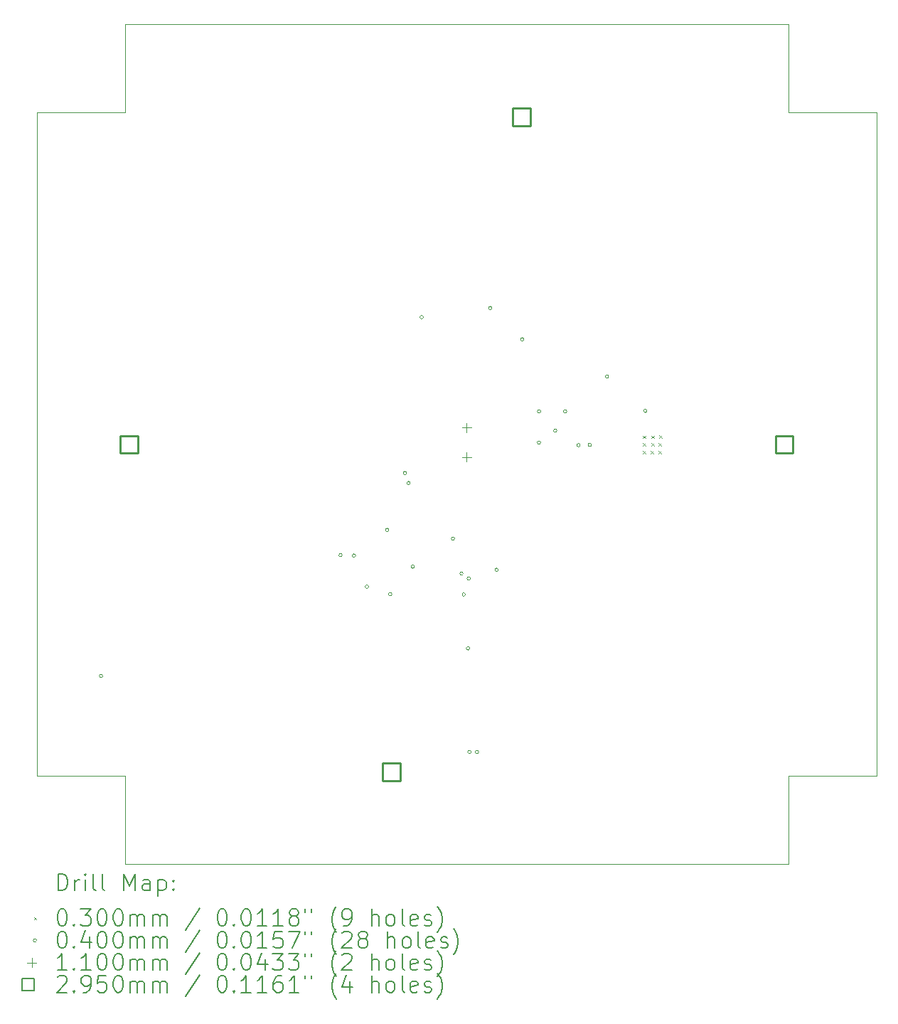
<source format=gbr>
%TF.GenerationSoftware,KiCad,Pcbnew,(6.0.9)*%
%TF.CreationDate,2023-01-30T21:02:41-08:00*%
%TF.ProjectId,solar-panel-side-Z,736f6c61-722d-4706-916e-656c2d736964,2.0*%
%TF.SameCoordinates,Original*%
%TF.FileFunction,Drillmap*%
%TF.FilePolarity,Positive*%
%FSLAX45Y45*%
G04 Gerber Fmt 4.5, Leading zero omitted, Abs format (unit mm)*
G04 Created by KiCad (PCBNEW (6.0.9)) date 2023-01-30 21:02:41*
%MOMM*%
%LPD*%
G01*
G04 APERTURE LIST*
%ADD10C,0.050000*%
%ADD11C,0.200000*%
%ADD12C,0.030000*%
%ADD13C,0.040000*%
%ADD14C,0.110000*%
%ADD15C,0.295000*%
G04 APERTURE END LIST*
D10*
X9950000Y-4550000D02*
X11000000Y-4550000D01*
X18900000Y-13500000D02*
X11000000Y-13500000D01*
X19950000Y-12450000D02*
X18900000Y-12450000D01*
X18900000Y-4550000D02*
X19950000Y-4550000D01*
X9950000Y-12450000D02*
X9950000Y-4550000D01*
X11000000Y-13500000D02*
X11000000Y-12450000D01*
X11000000Y-3500000D02*
X18900000Y-3500000D01*
X11000000Y-12450000D02*
X9950000Y-12450000D01*
X19950000Y-4550000D02*
X19950000Y-12450000D01*
X18900000Y-3500000D02*
X18900000Y-4550000D01*
X11000000Y-4550000D02*
X11000000Y-3500000D01*
X18900000Y-12450000D02*
X18900000Y-13500000D01*
D11*
D12*
X17169000Y-8398000D02*
X17199000Y-8428000D01*
X17199000Y-8398000D02*
X17169000Y-8428000D01*
X17169500Y-8580500D02*
X17199500Y-8610500D01*
X17199500Y-8580500D02*
X17169500Y-8610500D01*
X17170000Y-8488000D02*
X17200000Y-8518000D01*
X17200000Y-8488000D02*
X17170000Y-8518000D01*
X17262000Y-8580000D02*
X17292000Y-8610000D01*
X17292000Y-8580000D02*
X17262000Y-8610000D01*
X17268000Y-8488000D02*
X17298000Y-8518000D01*
X17298000Y-8488000D02*
X17268000Y-8518000D01*
X17271000Y-8397000D02*
X17301000Y-8427000D01*
X17301000Y-8397000D02*
X17271000Y-8427000D01*
X17354000Y-8580000D02*
X17384000Y-8610000D01*
X17384000Y-8580000D02*
X17354000Y-8610000D01*
X17356000Y-8488000D02*
X17386000Y-8518000D01*
X17386000Y-8488000D02*
X17356000Y-8518000D01*
X17361000Y-8395000D02*
X17391000Y-8425000D01*
X17391000Y-8395000D02*
X17361000Y-8425000D01*
D13*
X10735000Y-11259000D02*
G75*
G03*
X10735000Y-11259000I-20000J0D01*
G01*
X13587000Y-9820000D02*
G75*
G03*
X13587000Y-9820000I-20000J0D01*
G01*
X13747000Y-9824000D02*
G75*
G03*
X13747000Y-9824000I-20000J0D01*
G01*
X13901500Y-10195500D02*
G75*
G03*
X13901500Y-10195500I-20000J0D01*
G01*
X14141000Y-9519000D02*
G75*
G03*
X14141000Y-9519000I-20000J0D01*
G01*
X14179000Y-10283000D02*
G75*
G03*
X14179000Y-10283000I-20000J0D01*
G01*
X14354000Y-8841000D02*
G75*
G03*
X14354000Y-8841000I-20000J0D01*
G01*
X14397500Y-8960500D02*
G75*
G03*
X14397500Y-8960500I-20000J0D01*
G01*
X14447000Y-9955000D02*
G75*
G03*
X14447000Y-9955000I-20000J0D01*
G01*
X14553000Y-6985000D02*
G75*
G03*
X14553000Y-6985000I-20000J0D01*
G01*
X14926000Y-9622000D02*
G75*
G03*
X14926000Y-9622000I-20000J0D01*
G01*
X15027000Y-10039000D02*
G75*
G03*
X15027000Y-10039000I-20000J0D01*
G01*
X15054000Y-10288000D02*
G75*
G03*
X15054000Y-10288000I-20000J0D01*
G01*
X15105000Y-10929000D02*
G75*
G03*
X15105000Y-10929000I-20000J0D01*
G01*
X15114000Y-10096000D02*
G75*
G03*
X15114000Y-10096000I-20000J0D01*
G01*
X15122000Y-12161000D02*
G75*
G03*
X15122000Y-12161000I-20000J0D01*
G01*
X15211000Y-12162000D02*
G75*
G03*
X15211000Y-12162000I-20000J0D01*
G01*
X15370000Y-6876000D02*
G75*
G03*
X15370000Y-6876000I-20000J0D01*
G01*
X15445000Y-9994000D02*
G75*
G03*
X15445000Y-9994000I-20000J0D01*
G01*
X15751000Y-7251000D02*
G75*
G03*
X15751000Y-7251000I-20000J0D01*
G01*
X15949992Y-8478000D02*
G75*
G03*
X15949992Y-8478000I-20000J0D01*
G01*
X15950992Y-8107000D02*
G75*
G03*
X15950992Y-8107000I-20000J0D01*
G01*
X16143992Y-8338000D02*
G75*
G03*
X16143992Y-8338000I-20000J0D01*
G01*
X16260492Y-8108500D02*
G75*
G03*
X16260492Y-8108500I-20000J0D01*
G01*
X16420992Y-8510000D02*
G75*
G03*
X16420992Y-8510000I-20000J0D01*
G01*
X16554992Y-8506000D02*
G75*
G03*
X16554992Y-8506000I-20000J0D01*
G01*
X16760000Y-7694000D02*
G75*
G03*
X16760000Y-7694000I-20000J0D01*
G01*
X17218000Y-8102000D02*
G75*
G03*
X17218000Y-8102000I-20000J0D01*
G01*
D14*
X15068992Y-8247000D02*
X15068992Y-8357000D01*
X15013992Y-8302000D02*
X15123992Y-8302000D01*
X15068992Y-8597000D02*
X15068992Y-8707000D01*
X15013992Y-8652000D02*
X15123992Y-8652000D01*
D15*
X11154299Y-8604299D02*
X11154299Y-8395701D01*
X10945701Y-8395701D01*
X10945701Y-8604299D01*
X11154299Y-8604299D01*
X14279299Y-12504299D02*
X14279299Y-12295701D01*
X14070701Y-12295701D01*
X14070701Y-12504299D01*
X14279299Y-12504299D01*
X15829299Y-4704299D02*
X15829299Y-4495701D01*
X15620701Y-4495701D01*
X15620701Y-4704299D01*
X15829299Y-4704299D01*
X18954299Y-8604299D02*
X18954299Y-8395701D01*
X18745701Y-8395701D01*
X18745701Y-8604299D01*
X18954299Y-8604299D01*
D11*
X10205119Y-13812976D02*
X10205119Y-13612976D01*
X10252738Y-13612976D01*
X10281310Y-13622500D01*
X10300357Y-13641548D01*
X10309881Y-13660595D01*
X10319405Y-13698690D01*
X10319405Y-13727262D01*
X10309881Y-13765357D01*
X10300357Y-13784405D01*
X10281310Y-13803452D01*
X10252738Y-13812976D01*
X10205119Y-13812976D01*
X10405119Y-13812976D02*
X10405119Y-13679643D01*
X10405119Y-13717738D02*
X10414643Y-13698690D01*
X10424167Y-13689167D01*
X10443214Y-13679643D01*
X10462262Y-13679643D01*
X10528929Y-13812976D02*
X10528929Y-13679643D01*
X10528929Y-13612976D02*
X10519405Y-13622500D01*
X10528929Y-13632024D01*
X10538452Y-13622500D01*
X10528929Y-13612976D01*
X10528929Y-13632024D01*
X10652738Y-13812976D02*
X10633690Y-13803452D01*
X10624167Y-13784405D01*
X10624167Y-13612976D01*
X10757500Y-13812976D02*
X10738452Y-13803452D01*
X10728929Y-13784405D01*
X10728929Y-13612976D01*
X10986071Y-13812976D02*
X10986071Y-13612976D01*
X11052738Y-13755833D01*
X11119405Y-13612976D01*
X11119405Y-13812976D01*
X11300357Y-13812976D02*
X11300357Y-13708214D01*
X11290833Y-13689167D01*
X11271786Y-13679643D01*
X11233690Y-13679643D01*
X11214643Y-13689167D01*
X11300357Y-13803452D02*
X11281309Y-13812976D01*
X11233690Y-13812976D01*
X11214643Y-13803452D01*
X11205119Y-13784405D01*
X11205119Y-13765357D01*
X11214643Y-13746309D01*
X11233690Y-13736786D01*
X11281309Y-13736786D01*
X11300357Y-13727262D01*
X11395595Y-13679643D02*
X11395595Y-13879643D01*
X11395595Y-13689167D02*
X11414643Y-13679643D01*
X11452738Y-13679643D01*
X11471786Y-13689167D01*
X11481309Y-13698690D01*
X11490833Y-13717738D01*
X11490833Y-13774881D01*
X11481309Y-13793928D01*
X11471786Y-13803452D01*
X11452738Y-13812976D01*
X11414643Y-13812976D01*
X11395595Y-13803452D01*
X11576548Y-13793928D02*
X11586071Y-13803452D01*
X11576548Y-13812976D01*
X11567024Y-13803452D01*
X11576548Y-13793928D01*
X11576548Y-13812976D01*
X11576548Y-13689167D02*
X11586071Y-13698690D01*
X11576548Y-13708214D01*
X11567024Y-13698690D01*
X11576548Y-13689167D01*
X11576548Y-13708214D01*
D12*
X9917500Y-14127500D02*
X9947500Y-14157500D01*
X9947500Y-14127500D02*
X9917500Y-14157500D01*
D11*
X10243214Y-14032976D02*
X10262262Y-14032976D01*
X10281310Y-14042500D01*
X10290833Y-14052024D01*
X10300357Y-14071071D01*
X10309881Y-14109167D01*
X10309881Y-14156786D01*
X10300357Y-14194881D01*
X10290833Y-14213928D01*
X10281310Y-14223452D01*
X10262262Y-14232976D01*
X10243214Y-14232976D01*
X10224167Y-14223452D01*
X10214643Y-14213928D01*
X10205119Y-14194881D01*
X10195595Y-14156786D01*
X10195595Y-14109167D01*
X10205119Y-14071071D01*
X10214643Y-14052024D01*
X10224167Y-14042500D01*
X10243214Y-14032976D01*
X10395595Y-14213928D02*
X10405119Y-14223452D01*
X10395595Y-14232976D01*
X10386071Y-14223452D01*
X10395595Y-14213928D01*
X10395595Y-14232976D01*
X10471786Y-14032976D02*
X10595595Y-14032976D01*
X10528929Y-14109167D01*
X10557500Y-14109167D01*
X10576548Y-14118690D01*
X10586071Y-14128214D01*
X10595595Y-14147262D01*
X10595595Y-14194881D01*
X10586071Y-14213928D01*
X10576548Y-14223452D01*
X10557500Y-14232976D01*
X10500357Y-14232976D01*
X10481310Y-14223452D01*
X10471786Y-14213928D01*
X10719405Y-14032976D02*
X10738452Y-14032976D01*
X10757500Y-14042500D01*
X10767024Y-14052024D01*
X10776548Y-14071071D01*
X10786071Y-14109167D01*
X10786071Y-14156786D01*
X10776548Y-14194881D01*
X10767024Y-14213928D01*
X10757500Y-14223452D01*
X10738452Y-14232976D01*
X10719405Y-14232976D01*
X10700357Y-14223452D01*
X10690833Y-14213928D01*
X10681310Y-14194881D01*
X10671786Y-14156786D01*
X10671786Y-14109167D01*
X10681310Y-14071071D01*
X10690833Y-14052024D01*
X10700357Y-14042500D01*
X10719405Y-14032976D01*
X10909881Y-14032976D02*
X10928929Y-14032976D01*
X10947976Y-14042500D01*
X10957500Y-14052024D01*
X10967024Y-14071071D01*
X10976548Y-14109167D01*
X10976548Y-14156786D01*
X10967024Y-14194881D01*
X10957500Y-14213928D01*
X10947976Y-14223452D01*
X10928929Y-14232976D01*
X10909881Y-14232976D01*
X10890833Y-14223452D01*
X10881310Y-14213928D01*
X10871786Y-14194881D01*
X10862262Y-14156786D01*
X10862262Y-14109167D01*
X10871786Y-14071071D01*
X10881310Y-14052024D01*
X10890833Y-14042500D01*
X10909881Y-14032976D01*
X11062262Y-14232976D02*
X11062262Y-14099643D01*
X11062262Y-14118690D02*
X11071786Y-14109167D01*
X11090833Y-14099643D01*
X11119405Y-14099643D01*
X11138452Y-14109167D01*
X11147976Y-14128214D01*
X11147976Y-14232976D01*
X11147976Y-14128214D02*
X11157500Y-14109167D01*
X11176548Y-14099643D01*
X11205119Y-14099643D01*
X11224167Y-14109167D01*
X11233690Y-14128214D01*
X11233690Y-14232976D01*
X11328928Y-14232976D02*
X11328928Y-14099643D01*
X11328928Y-14118690D02*
X11338452Y-14109167D01*
X11357500Y-14099643D01*
X11386071Y-14099643D01*
X11405119Y-14109167D01*
X11414643Y-14128214D01*
X11414643Y-14232976D01*
X11414643Y-14128214D02*
X11424167Y-14109167D01*
X11443214Y-14099643D01*
X11471786Y-14099643D01*
X11490833Y-14109167D01*
X11500357Y-14128214D01*
X11500357Y-14232976D01*
X11890833Y-14023452D02*
X11719405Y-14280595D01*
X12147976Y-14032976D02*
X12167024Y-14032976D01*
X12186071Y-14042500D01*
X12195595Y-14052024D01*
X12205119Y-14071071D01*
X12214643Y-14109167D01*
X12214643Y-14156786D01*
X12205119Y-14194881D01*
X12195595Y-14213928D01*
X12186071Y-14223452D01*
X12167024Y-14232976D01*
X12147976Y-14232976D01*
X12128928Y-14223452D01*
X12119405Y-14213928D01*
X12109881Y-14194881D01*
X12100357Y-14156786D01*
X12100357Y-14109167D01*
X12109881Y-14071071D01*
X12119405Y-14052024D01*
X12128928Y-14042500D01*
X12147976Y-14032976D01*
X12300357Y-14213928D02*
X12309881Y-14223452D01*
X12300357Y-14232976D01*
X12290833Y-14223452D01*
X12300357Y-14213928D01*
X12300357Y-14232976D01*
X12433690Y-14032976D02*
X12452738Y-14032976D01*
X12471786Y-14042500D01*
X12481309Y-14052024D01*
X12490833Y-14071071D01*
X12500357Y-14109167D01*
X12500357Y-14156786D01*
X12490833Y-14194881D01*
X12481309Y-14213928D01*
X12471786Y-14223452D01*
X12452738Y-14232976D01*
X12433690Y-14232976D01*
X12414643Y-14223452D01*
X12405119Y-14213928D01*
X12395595Y-14194881D01*
X12386071Y-14156786D01*
X12386071Y-14109167D01*
X12395595Y-14071071D01*
X12405119Y-14052024D01*
X12414643Y-14042500D01*
X12433690Y-14032976D01*
X12690833Y-14232976D02*
X12576548Y-14232976D01*
X12633690Y-14232976D02*
X12633690Y-14032976D01*
X12614643Y-14061548D01*
X12595595Y-14080595D01*
X12576548Y-14090119D01*
X12881309Y-14232976D02*
X12767024Y-14232976D01*
X12824167Y-14232976D02*
X12824167Y-14032976D01*
X12805119Y-14061548D01*
X12786071Y-14080595D01*
X12767024Y-14090119D01*
X12995595Y-14118690D02*
X12976548Y-14109167D01*
X12967024Y-14099643D01*
X12957500Y-14080595D01*
X12957500Y-14071071D01*
X12967024Y-14052024D01*
X12976548Y-14042500D01*
X12995595Y-14032976D01*
X13033690Y-14032976D01*
X13052738Y-14042500D01*
X13062262Y-14052024D01*
X13071786Y-14071071D01*
X13071786Y-14080595D01*
X13062262Y-14099643D01*
X13052738Y-14109167D01*
X13033690Y-14118690D01*
X12995595Y-14118690D01*
X12976548Y-14128214D01*
X12967024Y-14137738D01*
X12957500Y-14156786D01*
X12957500Y-14194881D01*
X12967024Y-14213928D01*
X12976548Y-14223452D01*
X12995595Y-14232976D01*
X13033690Y-14232976D01*
X13052738Y-14223452D01*
X13062262Y-14213928D01*
X13071786Y-14194881D01*
X13071786Y-14156786D01*
X13062262Y-14137738D01*
X13052738Y-14128214D01*
X13033690Y-14118690D01*
X13147976Y-14032976D02*
X13147976Y-14071071D01*
X13224167Y-14032976D02*
X13224167Y-14071071D01*
X13519405Y-14309167D02*
X13509881Y-14299643D01*
X13490833Y-14271071D01*
X13481309Y-14252024D01*
X13471786Y-14223452D01*
X13462262Y-14175833D01*
X13462262Y-14137738D01*
X13471786Y-14090119D01*
X13481309Y-14061548D01*
X13490833Y-14042500D01*
X13509881Y-14013928D01*
X13519405Y-14004405D01*
X13605119Y-14232976D02*
X13643214Y-14232976D01*
X13662262Y-14223452D01*
X13671786Y-14213928D01*
X13690833Y-14185357D01*
X13700357Y-14147262D01*
X13700357Y-14071071D01*
X13690833Y-14052024D01*
X13681309Y-14042500D01*
X13662262Y-14032976D01*
X13624167Y-14032976D01*
X13605119Y-14042500D01*
X13595595Y-14052024D01*
X13586071Y-14071071D01*
X13586071Y-14118690D01*
X13595595Y-14137738D01*
X13605119Y-14147262D01*
X13624167Y-14156786D01*
X13662262Y-14156786D01*
X13681309Y-14147262D01*
X13690833Y-14137738D01*
X13700357Y-14118690D01*
X13938452Y-14232976D02*
X13938452Y-14032976D01*
X14024167Y-14232976D02*
X14024167Y-14128214D01*
X14014643Y-14109167D01*
X13995595Y-14099643D01*
X13967024Y-14099643D01*
X13947976Y-14109167D01*
X13938452Y-14118690D01*
X14147976Y-14232976D02*
X14128928Y-14223452D01*
X14119405Y-14213928D01*
X14109881Y-14194881D01*
X14109881Y-14137738D01*
X14119405Y-14118690D01*
X14128928Y-14109167D01*
X14147976Y-14099643D01*
X14176548Y-14099643D01*
X14195595Y-14109167D01*
X14205119Y-14118690D01*
X14214643Y-14137738D01*
X14214643Y-14194881D01*
X14205119Y-14213928D01*
X14195595Y-14223452D01*
X14176548Y-14232976D01*
X14147976Y-14232976D01*
X14328928Y-14232976D02*
X14309881Y-14223452D01*
X14300357Y-14204405D01*
X14300357Y-14032976D01*
X14481309Y-14223452D02*
X14462262Y-14232976D01*
X14424167Y-14232976D01*
X14405119Y-14223452D01*
X14395595Y-14204405D01*
X14395595Y-14128214D01*
X14405119Y-14109167D01*
X14424167Y-14099643D01*
X14462262Y-14099643D01*
X14481309Y-14109167D01*
X14490833Y-14128214D01*
X14490833Y-14147262D01*
X14395595Y-14166309D01*
X14567024Y-14223452D02*
X14586071Y-14232976D01*
X14624167Y-14232976D01*
X14643214Y-14223452D01*
X14652738Y-14204405D01*
X14652738Y-14194881D01*
X14643214Y-14175833D01*
X14624167Y-14166309D01*
X14595595Y-14166309D01*
X14576548Y-14156786D01*
X14567024Y-14137738D01*
X14567024Y-14128214D01*
X14576548Y-14109167D01*
X14595595Y-14099643D01*
X14624167Y-14099643D01*
X14643214Y-14109167D01*
X14719405Y-14309167D02*
X14728928Y-14299643D01*
X14747976Y-14271071D01*
X14757500Y-14252024D01*
X14767024Y-14223452D01*
X14776548Y-14175833D01*
X14776548Y-14137738D01*
X14767024Y-14090119D01*
X14757500Y-14061548D01*
X14747976Y-14042500D01*
X14728928Y-14013928D01*
X14719405Y-14004405D01*
D13*
X9947500Y-14406500D02*
G75*
G03*
X9947500Y-14406500I-20000J0D01*
G01*
D11*
X10243214Y-14296976D02*
X10262262Y-14296976D01*
X10281310Y-14306500D01*
X10290833Y-14316024D01*
X10300357Y-14335071D01*
X10309881Y-14373167D01*
X10309881Y-14420786D01*
X10300357Y-14458881D01*
X10290833Y-14477928D01*
X10281310Y-14487452D01*
X10262262Y-14496976D01*
X10243214Y-14496976D01*
X10224167Y-14487452D01*
X10214643Y-14477928D01*
X10205119Y-14458881D01*
X10195595Y-14420786D01*
X10195595Y-14373167D01*
X10205119Y-14335071D01*
X10214643Y-14316024D01*
X10224167Y-14306500D01*
X10243214Y-14296976D01*
X10395595Y-14477928D02*
X10405119Y-14487452D01*
X10395595Y-14496976D01*
X10386071Y-14487452D01*
X10395595Y-14477928D01*
X10395595Y-14496976D01*
X10576548Y-14363643D02*
X10576548Y-14496976D01*
X10528929Y-14287452D02*
X10481310Y-14430309D01*
X10605119Y-14430309D01*
X10719405Y-14296976D02*
X10738452Y-14296976D01*
X10757500Y-14306500D01*
X10767024Y-14316024D01*
X10776548Y-14335071D01*
X10786071Y-14373167D01*
X10786071Y-14420786D01*
X10776548Y-14458881D01*
X10767024Y-14477928D01*
X10757500Y-14487452D01*
X10738452Y-14496976D01*
X10719405Y-14496976D01*
X10700357Y-14487452D01*
X10690833Y-14477928D01*
X10681310Y-14458881D01*
X10671786Y-14420786D01*
X10671786Y-14373167D01*
X10681310Y-14335071D01*
X10690833Y-14316024D01*
X10700357Y-14306500D01*
X10719405Y-14296976D01*
X10909881Y-14296976D02*
X10928929Y-14296976D01*
X10947976Y-14306500D01*
X10957500Y-14316024D01*
X10967024Y-14335071D01*
X10976548Y-14373167D01*
X10976548Y-14420786D01*
X10967024Y-14458881D01*
X10957500Y-14477928D01*
X10947976Y-14487452D01*
X10928929Y-14496976D01*
X10909881Y-14496976D01*
X10890833Y-14487452D01*
X10881310Y-14477928D01*
X10871786Y-14458881D01*
X10862262Y-14420786D01*
X10862262Y-14373167D01*
X10871786Y-14335071D01*
X10881310Y-14316024D01*
X10890833Y-14306500D01*
X10909881Y-14296976D01*
X11062262Y-14496976D02*
X11062262Y-14363643D01*
X11062262Y-14382690D02*
X11071786Y-14373167D01*
X11090833Y-14363643D01*
X11119405Y-14363643D01*
X11138452Y-14373167D01*
X11147976Y-14392214D01*
X11147976Y-14496976D01*
X11147976Y-14392214D02*
X11157500Y-14373167D01*
X11176548Y-14363643D01*
X11205119Y-14363643D01*
X11224167Y-14373167D01*
X11233690Y-14392214D01*
X11233690Y-14496976D01*
X11328928Y-14496976D02*
X11328928Y-14363643D01*
X11328928Y-14382690D02*
X11338452Y-14373167D01*
X11357500Y-14363643D01*
X11386071Y-14363643D01*
X11405119Y-14373167D01*
X11414643Y-14392214D01*
X11414643Y-14496976D01*
X11414643Y-14392214D02*
X11424167Y-14373167D01*
X11443214Y-14363643D01*
X11471786Y-14363643D01*
X11490833Y-14373167D01*
X11500357Y-14392214D01*
X11500357Y-14496976D01*
X11890833Y-14287452D02*
X11719405Y-14544595D01*
X12147976Y-14296976D02*
X12167024Y-14296976D01*
X12186071Y-14306500D01*
X12195595Y-14316024D01*
X12205119Y-14335071D01*
X12214643Y-14373167D01*
X12214643Y-14420786D01*
X12205119Y-14458881D01*
X12195595Y-14477928D01*
X12186071Y-14487452D01*
X12167024Y-14496976D01*
X12147976Y-14496976D01*
X12128928Y-14487452D01*
X12119405Y-14477928D01*
X12109881Y-14458881D01*
X12100357Y-14420786D01*
X12100357Y-14373167D01*
X12109881Y-14335071D01*
X12119405Y-14316024D01*
X12128928Y-14306500D01*
X12147976Y-14296976D01*
X12300357Y-14477928D02*
X12309881Y-14487452D01*
X12300357Y-14496976D01*
X12290833Y-14487452D01*
X12300357Y-14477928D01*
X12300357Y-14496976D01*
X12433690Y-14296976D02*
X12452738Y-14296976D01*
X12471786Y-14306500D01*
X12481309Y-14316024D01*
X12490833Y-14335071D01*
X12500357Y-14373167D01*
X12500357Y-14420786D01*
X12490833Y-14458881D01*
X12481309Y-14477928D01*
X12471786Y-14487452D01*
X12452738Y-14496976D01*
X12433690Y-14496976D01*
X12414643Y-14487452D01*
X12405119Y-14477928D01*
X12395595Y-14458881D01*
X12386071Y-14420786D01*
X12386071Y-14373167D01*
X12395595Y-14335071D01*
X12405119Y-14316024D01*
X12414643Y-14306500D01*
X12433690Y-14296976D01*
X12690833Y-14496976D02*
X12576548Y-14496976D01*
X12633690Y-14496976D02*
X12633690Y-14296976D01*
X12614643Y-14325548D01*
X12595595Y-14344595D01*
X12576548Y-14354119D01*
X12871786Y-14296976D02*
X12776548Y-14296976D01*
X12767024Y-14392214D01*
X12776548Y-14382690D01*
X12795595Y-14373167D01*
X12843214Y-14373167D01*
X12862262Y-14382690D01*
X12871786Y-14392214D01*
X12881309Y-14411262D01*
X12881309Y-14458881D01*
X12871786Y-14477928D01*
X12862262Y-14487452D01*
X12843214Y-14496976D01*
X12795595Y-14496976D01*
X12776548Y-14487452D01*
X12767024Y-14477928D01*
X12947976Y-14296976D02*
X13081309Y-14296976D01*
X12995595Y-14496976D01*
X13147976Y-14296976D02*
X13147976Y-14335071D01*
X13224167Y-14296976D02*
X13224167Y-14335071D01*
X13519405Y-14573167D02*
X13509881Y-14563643D01*
X13490833Y-14535071D01*
X13481309Y-14516024D01*
X13471786Y-14487452D01*
X13462262Y-14439833D01*
X13462262Y-14401738D01*
X13471786Y-14354119D01*
X13481309Y-14325548D01*
X13490833Y-14306500D01*
X13509881Y-14277928D01*
X13519405Y-14268405D01*
X13586071Y-14316024D02*
X13595595Y-14306500D01*
X13614643Y-14296976D01*
X13662262Y-14296976D01*
X13681309Y-14306500D01*
X13690833Y-14316024D01*
X13700357Y-14335071D01*
X13700357Y-14354119D01*
X13690833Y-14382690D01*
X13576548Y-14496976D01*
X13700357Y-14496976D01*
X13814643Y-14382690D02*
X13795595Y-14373167D01*
X13786071Y-14363643D01*
X13776548Y-14344595D01*
X13776548Y-14335071D01*
X13786071Y-14316024D01*
X13795595Y-14306500D01*
X13814643Y-14296976D01*
X13852738Y-14296976D01*
X13871786Y-14306500D01*
X13881309Y-14316024D01*
X13890833Y-14335071D01*
X13890833Y-14344595D01*
X13881309Y-14363643D01*
X13871786Y-14373167D01*
X13852738Y-14382690D01*
X13814643Y-14382690D01*
X13795595Y-14392214D01*
X13786071Y-14401738D01*
X13776548Y-14420786D01*
X13776548Y-14458881D01*
X13786071Y-14477928D01*
X13795595Y-14487452D01*
X13814643Y-14496976D01*
X13852738Y-14496976D01*
X13871786Y-14487452D01*
X13881309Y-14477928D01*
X13890833Y-14458881D01*
X13890833Y-14420786D01*
X13881309Y-14401738D01*
X13871786Y-14392214D01*
X13852738Y-14382690D01*
X14128928Y-14496976D02*
X14128928Y-14296976D01*
X14214643Y-14496976D02*
X14214643Y-14392214D01*
X14205119Y-14373167D01*
X14186071Y-14363643D01*
X14157500Y-14363643D01*
X14138452Y-14373167D01*
X14128928Y-14382690D01*
X14338452Y-14496976D02*
X14319405Y-14487452D01*
X14309881Y-14477928D01*
X14300357Y-14458881D01*
X14300357Y-14401738D01*
X14309881Y-14382690D01*
X14319405Y-14373167D01*
X14338452Y-14363643D01*
X14367024Y-14363643D01*
X14386071Y-14373167D01*
X14395595Y-14382690D01*
X14405119Y-14401738D01*
X14405119Y-14458881D01*
X14395595Y-14477928D01*
X14386071Y-14487452D01*
X14367024Y-14496976D01*
X14338452Y-14496976D01*
X14519405Y-14496976D02*
X14500357Y-14487452D01*
X14490833Y-14468405D01*
X14490833Y-14296976D01*
X14671786Y-14487452D02*
X14652738Y-14496976D01*
X14614643Y-14496976D01*
X14595595Y-14487452D01*
X14586071Y-14468405D01*
X14586071Y-14392214D01*
X14595595Y-14373167D01*
X14614643Y-14363643D01*
X14652738Y-14363643D01*
X14671786Y-14373167D01*
X14681309Y-14392214D01*
X14681309Y-14411262D01*
X14586071Y-14430309D01*
X14757500Y-14487452D02*
X14776548Y-14496976D01*
X14814643Y-14496976D01*
X14833690Y-14487452D01*
X14843214Y-14468405D01*
X14843214Y-14458881D01*
X14833690Y-14439833D01*
X14814643Y-14430309D01*
X14786071Y-14430309D01*
X14767024Y-14420786D01*
X14757500Y-14401738D01*
X14757500Y-14392214D01*
X14767024Y-14373167D01*
X14786071Y-14363643D01*
X14814643Y-14363643D01*
X14833690Y-14373167D01*
X14909881Y-14573167D02*
X14919405Y-14563643D01*
X14938452Y-14535071D01*
X14947976Y-14516024D01*
X14957500Y-14487452D01*
X14967024Y-14439833D01*
X14967024Y-14401738D01*
X14957500Y-14354119D01*
X14947976Y-14325548D01*
X14938452Y-14306500D01*
X14919405Y-14277928D01*
X14909881Y-14268405D01*
D14*
X9892500Y-14615500D02*
X9892500Y-14725500D01*
X9837500Y-14670500D02*
X9947500Y-14670500D01*
D11*
X10309881Y-14760976D02*
X10195595Y-14760976D01*
X10252738Y-14760976D02*
X10252738Y-14560976D01*
X10233690Y-14589548D01*
X10214643Y-14608595D01*
X10195595Y-14618119D01*
X10395595Y-14741928D02*
X10405119Y-14751452D01*
X10395595Y-14760976D01*
X10386071Y-14751452D01*
X10395595Y-14741928D01*
X10395595Y-14760976D01*
X10595595Y-14760976D02*
X10481310Y-14760976D01*
X10538452Y-14760976D02*
X10538452Y-14560976D01*
X10519405Y-14589548D01*
X10500357Y-14608595D01*
X10481310Y-14618119D01*
X10719405Y-14560976D02*
X10738452Y-14560976D01*
X10757500Y-14570500D01*
X10767024Y-14580024D01*
X10776548Y-14599071D01*
X10786071Y-14637167D01*
X10786071Y-14684786D01*
X10776548Y-14722881D01*
X10767024Y-14741928D01*
X10757500Y-14751452D01*
X10738452Y-14760976D01*
X10719405Y-14760976D01*
X10700357Y-14751452D01*
X10690833Y-14741928D01*
X10681310Y-14722881D01*
X10671786Y-14684786D01*
X10671786Y-14637167D01*
X10681310Y-14599071D01*
X10690833Y-14580024D01*
X10700357Y-14570500D01*
X10719405Y-14560976D01*
X10909881Y-14560976D02*
X10928929Y-14560976D01*
X10947976Y-14570500D01*
X10957500Y-14580024D01*
X10967024Y-14599071D01*
X10976548Y-14637167D01*
X10976548Y-14684786D01*
X10967024Y-14722881D01*
X10957500Y-14741928D01*
X10947976Y-14751452D01*
X10928929Y-14760976D01*
X10909881Y-14760976D01*
X10890833Y-14751452D01*
X10881310Y-14741928D01*
X10871786Y-14722881D01*
X10862262Y-14684786D01*
X10862262Y-14637167D01*
X10871786Y-14599071D01*
X10881310Y-14580024D01*
X10890833Y-14570500D01*
X10909881Y-14560976D01*
X11062262Y-14760976D02*
X11062262Y-14627643D01*
X11062262Y-14646690D02*
X11071786Y-14637167D01*
X11090833Y-14627643D01*
X11119405Y-14627643D01*
X11138452Y-14637167D01*
X11147976Y-14656214D01*
X11147976Y-14760976D01*
X11147976Y-14656214D02*
X11157500Y-14637167D01*
X11176548Y-14627643D01*
X11205119Y-14627643D01*
X11224167Y-14637167D01*
X11233690Y-14656214D01*
X11233690Y-14760976D01*
X11328928Y-14760976D02*
X11328928Y-14627643D01*
X11328928Y-14646690D02*
X11338452Y-14637167D01*
X11357500Y-14627643D01*
X11386071Y-14627643D01*
X11405119Y-14637167D01*
X11414643Y-14656214D01*
X11414643Y-14760976D01*
X11414643Y-14656214D02*
X11424167Y-14637167D01*
X11443214Y-14627643D01*
X11471786Y-14627643D01*
X11490833Y-14637167D01*
X11500357Y-14656214D01*
X11500357Y-14760976D01*
X11890833Y-14551452D02*
X11719405Y-14808595D01*
X12147976Y-14560976D02*
X12167024Y-14560976D01*
X12186071Y-14570500D01*
X12195595Y-14580024D01*
X12205119Y-14599071D01*
X12214643Y-14637167D01*
X12214643Y-14684786D01*
X12205119Y-14722881D01*
X12195595Y-14741928D01*
X12186071Y-14751452D01*
X12167024Y-14760976D01*
X12147976Y-14760976D01*
X12128928Y-14751452D01*
X12119405Y-14741928D01*
X12109881Y-14722881D01*
X12100357Y-14684786D01*
X12100357Y-14637167D01*
X12109881Y-14599071D01*
X12119405Y-14580024D01*
X12128928Y-14570500D01*
X12147976Y-14560976D01*
X12300357Y-14741928D02*
X12309881Y-14751452D01*
X12300357Y-14760976D01*
X12290833Y-14751452D01*
X12300357Y-14741928D01*
X12300357Y-14760976D01*
X12433690Y-14560976D02*
X12452738Y-14560976D01*
X12471786Y-14570500D01*
X12481309Y-14580024D01*
X12490833Y-14599071D01*
X12500357Y-14637167D01*
X12500357Y-14684786D01*
X12490833Y-14722881D01*
X12481309Y-14741928D01*
X12471786Y-14751452D01*
X12452738Y-14760976D01*
X12433690Y-14760976D01*
X12414643Y-14751452D01*
X12405119Y-14741928D01*
X12395595Y-14722881D01*
X12386071Y-14684786D01*
X12386071Y-14637167D01*
X12395595Y-14599071D01*
X12405119Y-14580024D01*
X12414643Y-14570500D01*
X12433690Y-14560976D01*
X12671786Y-14627643D02*
X12671786Y-14760976D01*
X12624167Y-14551452D02*
X12576548Y-14694309D01*
X12700357Y-14694309D01*
X12757500Y-14560976D02*
X12881309Y-14560976D01*
X12814643Y-14637167D01*
X12843214Y-14637167D01*
X12862262Y-14646690D01*
X12871786Y-14656214D01*
X12881309Y-14675262D01*
X12881309Y-14722881D01*
X12871786Y-14741928D01*
X12862262Y-14751452D01*
X12843214Y-14760976D01*
X12786071Y-14760976D01*
X12767024Y-14751452D01*
X12757500Y-14741928D01*
X12947976Y-14560976D02*
X13071786Y-14560976D01*
X13005119Y-14637167D01*
X13033690Y-14637167D01*
X13052738Y-14646690D01*
X13062262Y-14656214D01*
X13071786Y-14675262D01*
X13071786Y-14722881D01*
X13062262Y-14741928D01*
X13052738Y-14751452D01*
X13033690Y-14760976D01*
X12976548Y-14760976D01*
X12957500Y-14751452D01*
X12947976Y-14741928D01*
X13147976Y-14560976D02*
X13147976Y-14599071D01*
X13224167Y-14560976D02*
X13224167Y-14599071D01*
X13519405Y-14837167D02*
X13509881Y-14827643D01*
X13490833Y-14799071D01*
X13481309Y-14780024D01*
X13471786Y-14751452D01*
X13462262Y-14703833D01*
X13462262Y-14665738D01*
X13471786Y-14618119D01*
X13481309Y-14589548D01*
X13490833Y-14570500D01*
X13509881Y-14541928D01*
X13519405Y-14532405D01*
X13586071Y-14580024D02*
X13595595Y-14570500D01*
X13614643Y-14560976D01*
X13662262Y-14560976D01*
X13681309Y-14570500D01*
X13690833Y-14580024D01*
X13700357Y-14599071D01*
X13700357Y-14618119D01*
X13690833Y-14646690D01*
X13576548Y-14760976D01*
X13700357Y-14760976D01*
X13938452Y-14760976D02*
X13938452Y-14560976D01*
X14024167Y-14760976D02*
X14024167Y-14656214D01*
X14014643Y-14637167D01*
X13995595Y-14627643D01*
X13967024Y-14627643D01*
X13947976Y-14637167D01*
X13938452Y-14646690D01*
X14147976Y-14760976D02*
X14128928Y-14751452D01*
X14119405Y-14741928D01*
X14109881Y-14722881D01*
X14109881Y-14665738D01*
X14119405Y-14646690D01*
X14128928Y-14637167D01*
X14147976Y-14627643D01*
X14176548Y-14627643D01*
X14195595Y-14637167D01*
X14205119Y-14646690D01*
X14214643Y-14665738D01*
X14214643Y-14722881D01*
X14205119Y-14741928D01*
X14195595Y-14751452D01*
X14176548Y-14760976D01*
X14147976Y-14760976D01*
X14328928Y-14760976D02*
X14309881Y-14751452D01*
X14300357Y-14732405D01*
X14300357Y-14560976D01*
X14481309Y-14751452D02*
X14462262Y-14760976D01*
X14424167Y-14760976D01*
X14405119Y-14751452D01*
X14395595Y-14732405D01*
X14395595Y-14656214D01*
X14405119Y-14637167D01*
X14424167Y-14627643D01*
X14462262Y-14627643D01*
X14481309Y-14637167D01*
X14490833Y-14656214D01*
X14490833Y-14675262D01*
X14395595Y-14694309D01*
X14567024Y-14751452D02*
X14586071Y-14760976D01*
X14624167Y-14760976D01*
X14643214Y-14751452D01*
X14652738Y-14732405D01*
X14652738Y-14722881D01*
X14643214Y-14703833D01*
X14624167Y-14694309D01*
X14595595Y-14694309D01*
X14576548Y-14684786D01*
X14567024Y-14665738D01*
X14567024Y-14656214D01*
X14576548Y-14637167D01*
X14595595Y-14627643D01*
X14624167Y-14627643D01*
X14643214Y-14637167D01*
X14719405Y-14837167D02*
X14728928Y-14827643D01*
X14747976Y-14799071D01*
X14757500Y-14780024D01*
X14767024Y-14751452D01*
X14776548Y-14703833D01*
X14776548Y-14665738D01*
X14767024Y-14618119D01*
X14757500Y-14589548D01*
X14747976Y-14570500D01*
X14728928Y-14541928D01*
X14719405Y-14532405D01*
X9918211Y-15005211D02*
X9918211Y-14863789D01*
X9776789Y-14863789D01*
X9776789Y-15005211D01*
X9918211Y-15005211D01*
X10195595Y-14844024D02*
X10205119Y-14834500D01*
X10224167Y-14824976D01*
X10271786Y-14824976D01*
X10290833Y-14834500D01*
X10300357Y-14844024D01*
X10309881Y-14863071D01*
X10309881Y-14882119D01*
X10300357Y-14910690D01*
X10186071Y-15024976D01*
X10309881Y-15024976D01*
X10395595Y-15005928D02*
X10405119Y-15015452D01*
X10395595Y-15024976D01*
X10386071Y-15015452D01*
X10395595Y-15005928D01*
X10395595Y-15024976D01*
X10500357Y-15024976D02*
X10538452Y-15024976D01*
X10557500Y-15015452D01*
X10567024Y-15005928D01*
X10586071Y-14977357D01*
X10595595Y-14939262D01*
X10595595Y-14863071D01*
X10586071Y-14844024D01*
X10576548Y-14834500D01*
X10557500Y-14824976D01*
X10519405Y-14824976D01*
X10500357Y-14834500D01*
X10490833Y-14844024D01*
X10481310Y-14863071D01*
X10481310Y-14910690D01*
X10490833Y-14929738D01*
X10500357Y-14939262D01*
X10519405Y-14948786D01*
X10557500Y-14948786D01*
X10576548Y-14939262D01*
X10586071Y-14929738D01*
X10595595Y-14910690D01*
X10776548Y-14824976D02*
X10681310Y-14824976D01*
X10671786Y-14920214D01*
X10681310Y-14910690D01*
X10700357Y-14901167D01*
X10747976Y-14901167D01*
X10767024Y-14910690D01*
X10776548Y-14920214D01*
X10786071Y-14939262D01*
X10786071Y-14986881D01*
X10776548Y-15005928D01*
X10767024Y-15015452D01*
X10747976Y-15024976D01*
X10700357Y-15024976D01*
X10681310Y-15015452D01*
X10671786Y-15005928D01*
X10909881Y-14824976D02*
X10928929Y-14824976D01*
X10947976Y-14834500D01*
X10957500Y-14844024D01*
X10967024Y-14863071D01*
X10976548Y-14901167D01*
X10976548Y-14948786D01*
X10967024Y-14986881D01*
X10957500Y-15005928D01*
X10947976Y-15015452D01*
X10928929Y-15024976D01*
X10909881Y-15024976D01*
X10890833Y-15015452D01*
X10881310Y-15005928D01*
X10871786Y-14986881D01*
X10862262Y-14948786D01*
X10862262Y-14901167D01*
X10871786Y-14863071D01*
X10881310Y-14844024D01*
X10890833Y-14834500D01*
X10909881Y-14824976D01*
X11062262Y-15024976D02*
X11062262Y-14891643D01*
X11062262Y-14910690D02*
X11071786Y-14901167D01*
X11090833Y-14891643D01*
X11119405Y-14891643D01*
X11138452Y-14901167D01*
X11147976Y-14920214D01*
X11147976Y-15024976D01*
X11147976Y-14920214D02*
X11157500Y-14901167D01*
X11176548Y-14891643D01*
X11205119Y-14891643D01*
X11224167Y-14901167D01*
X11233690Y-14920214D01*
X11233690Y-15024976D01*
X11328928Y-15024976D02*
X11328928Y-14891643D01*
X11328928Y-14910690D02*
X11338452Y-14901167D01*
X11357500Y-14891643D01*
X11386071Y-14891643D01*
X11405119Y-14901167D01*
X11414643Y-14920214D01*
X11414643Y-15024976D01*
X11414643Y-14920214D02*
X11424167Y-14901167D01*
X11443214Y-14891643D01*
X11471786Y-14891643D01*
X11490833Y-14901167D01*
X11500357Y-14920214D01*
X11500357Y-15024976D01*
X11890833Y-14815452D02*
X11719405Y-15072595D01*
X12147976Y-14824976D02*
X12167024Y-14824976D01*
X12186071Y-14834500D01*
X12195595Y-14844024D01*
X12205119Y-14863071D01*
X12214643Y-14901167D01*
X12214643Y-14948786D01*
X12205119Y-14986881D01*
X12195595Y-15005928D01*
X12186071Y-15015452D01*
X12167024Y-15024976D01*
X12147976Y-15024976D01*
X12128928Y-15015452D01*
X12119405Y-15005928D01*
X12109881Y-14986881D01*
X12100357Y-14948786D01*
X12100357Y-14901167D01*
X12109881Y-14863071D01*
X12119405Y-14844024D01*
X12128928Y-14834500D01*
X12147976Y-14824976D01*
X12300357Y-15005928D02*
X12309881Y-15015452D01*
X12300357Y-15024976D01*
X12290833Y-15015452D01*
X12300357Y-15005928D01*
X12300357Y-15024976D01*
X12500357Y-15024976D02*
X12386071Y-15024976D01*
X12443214Y-15024976D02*
X12443214Y-14824976D01*
X12424167Y-14853548D01*
X12405119Y-14872595D01*
X12386071Y-14882119D01*
X12690833Y-15024976D02*
X12576548Y-15024976D01*
X12633690Y-15024976D02*
X12633690Y-14824976D01*
X12614643Y-14853548D01*
X12595595Y-14872595D01*
X12576548Y-14882119D01*
X12862262Y-14824976D02*
X12824167Y-14824976D01*
X12805119Y-14834500D01*
X12795595Y-14844024D01*
X12776548Y-14872595D01*
X12767024Y-14910690D01*
X12767024Y-14986881D01*
X12776548Y-15005928D01*
X12786071Y-15015452D01*
X12805119Y-15024976D01*
X12843214Y-15024976D01*
X12862262Y-15015452D01*
X12871786Y-15005928D01*
X12881309Y-14986881D01*
X12881309Y-14939262D01*
X12871786Y-14920214D01*
X12862262Y-14910690D01*
X12843214Y-14901167D01*
X12805119Y-14901167D01*
X12786071Y-14910690D01*
X12776548Y-14920214D01*
X12767024Y-14939262D01*
X13071786Y-15024976D02*
X12957500Y-15024976D01*
X13014643Y-15024976D02*
X13014643Y-14824976D01*
X12995595Y-14853548D01*
X12976548Y-14872595D01*
X12957500Y-14882119D01*
X13147976Y-14824976D02*
X13147976Y-14863071D01*
X13224167Y-14824976D02*
X13224167Y-14863071D01*
X13519405Y-15101167D02*
X13509881Y-15091643D01*
X13490833Y-15063071D01*
X13481309Y-15044024D01*
X13471786Y-15015452D01*
X13462262Y-14967833D01*
X13462262Y-14929738D01*
X13471786Y-14882119D01*
X13481309Y-14853548D01*
X13490833Y-14834500D01*
X13509881Y-14805928D01*
X13519405Y-14796405D01*
X13681309Y-14891643D02*
X13681309Y-15024976D01*
X13633690Y-14815452D02*
X13586071Y-14958309D01*
X13709881Y-14958309D01*
X13938452Y-15024976D02*
X13938452Y-14824976D01*
X14024167Y-15024976D02*
X14024167Y-14920214D01*
X14014643Y-14901167D01*
X13995595Y-14891643D01*
X13967024Y-14891643D01*
X13947976Y-14901167D01*
X13938452Y-14910690D01*
X14147976Y-15024976D02*
X14128928Y-15015452D01*
X14119405Y-15005928D01*
X14109881Y-14986881D01*
X14109881Y-14929738D01*
X14119405Y-14910690D01*
X14128928Y-14901167D01*
X14147976Y-14891643D01*
X14176548Y-14891643D01*
X14195595Y-14901167D01*
X14205119Y-14910690D01*
X14214643Y-14929738D01*
X14214643Y-14986881D01*
X14205119Y-15005928D01*
X14195595Y-15015452D01*
X14176548Y-15024976D01*
X14147976Y-15024976D01*
X14328928Y-15024976D02*
X14309881Y-15015452D01*
X14300357Y-14996405D01*
X14300357Y-14824976D01*
X14481309Y-15015452D02*
X14462262Y-15024976D01*
X14424167Y-15024976D01*
X14405119Y-15015452D01*
X14395595Y-14996405D01*
X14395595Y-14920214D01*
X14405119Y-14901167D01*
X14424167Y-14891643D01*
X14462262Y-14891643D01*
X14481309Y-14901167D01*
X14490833Y-14920214D01*
X14490833Y-14939262D01*
X14395595Y-14958309D01*
X14567024Y-15015452D02*
X14586071Y-15024976D01*
X14624167Y-15024976D01*
X14643214Y-15015452D01*
X14652738Y-14996405D01*
X14652738Y-14986881D01*
X14643214Y-14967833D01*
X14624167Y-14958309D01*
X14595595Y-14958309D01*
X14576548Y-14948786D01*
X14567024Y-14929738D01*
X14567024Y-14920214D01*
X14576548Y-14901167D01*
X14595595Y-14891643D01*
X14624167Y-14891643D01*
X14643214Y-14901167D01*
X14719405Y-15101167D02*
X14728928Y-15091643D01*
X14747976Y-15063071D01*
X14757500Y-15044024D01*
X14767024Y-15015452D01*
X14776548Y-14967833D01*
X14776548Y-14929738D01*
X14767024Y-14882119D01*
X14757500Y-14853548D01*
X14747976Y-14834500D01*
X14728928Y-14805928D01*
X14719405Y-14796405D01*
M02*

</source>
